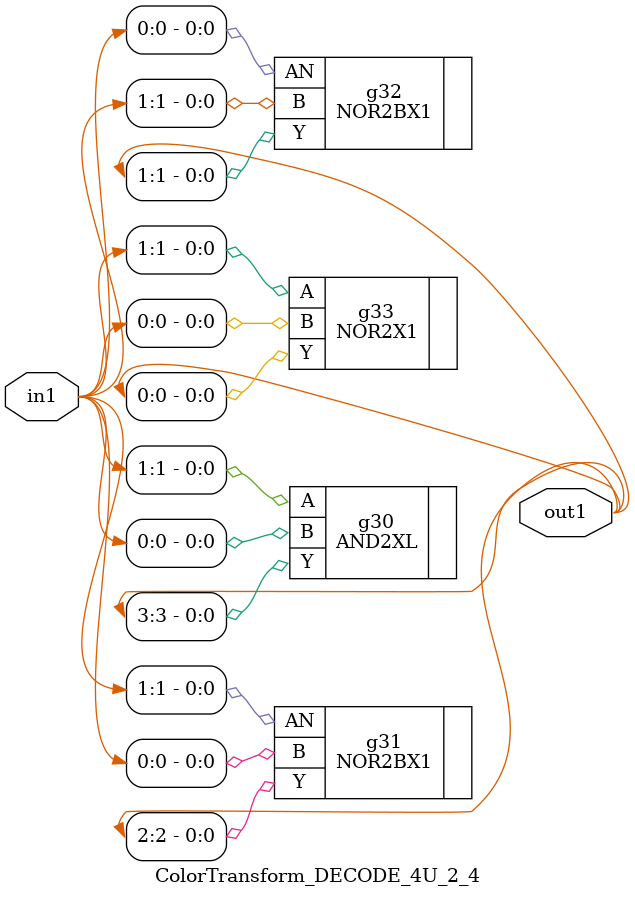
<source format=v>
`timescale 1ps / 1ps


module ColorTransform_DECODE_4U_2_4(in1, out1);
  input [1:0] in1;
  output [3:0] out1;
  wire [1:0] in1;
  wire [3:0] out1;
  AND2XL g30(.A (in1[1]), .B (in1[0]), .Y (out1[3]));
  NOR2BX1 g31(.AN (in1[1]), .B (in1[0]), .Y (out1[2]));
  NOR2BX1 g32(.AN (in1[0]), .B (in1[1]), .Y (out1[1]));
  NOR2X1 g33(.A (in1[1]), .B (in1[0]), .Y (out1[0]));
endmodule



</source>
